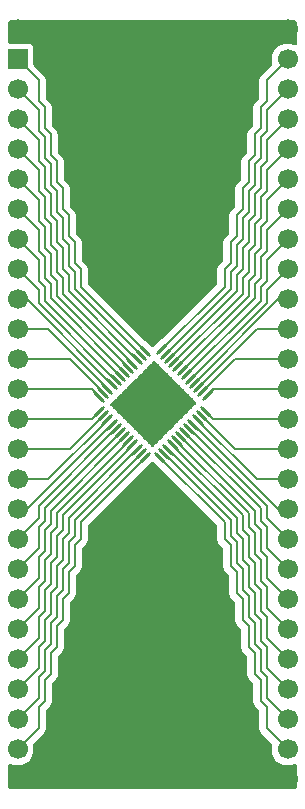
<source format=gtl>
G04 #@! TF.GenerationSoftware,KiCad,Pcbnew,9.0.6*
G04 #@! TF.CreationDate,2026-01-08T20:22:18-06:00*
G04 #@! TF.ProjectId,QFN-48_7x7_P0.5,51464e2d-3438-45f3-9778-375f50302e35,rev?*
G04 #@! TF.SameCoordinates,Original*
G04 #@! TF.FileFunction,Copper,L1,Top*
G04 #@! TF.FilePolarity,Positive*
%FSLAX46Y46*%
G04 Gerber Fmt 4.6, Leading zero omitted, Abs format (unit mm)*
G04 Created by KiCad (PCBNEW 9.0.6) date 2026-01-08 20:22:18*
%MOMM*%
%LPD*%
G01*
G04 APERTURE LIST*
G04 Aperture macros list*
%AMRoundRect*
0 Rectangle with rounded corners*
0 $1 Rounding radius*
0 $2 $3 $4 $5 $6 $7 $8 $9 X,Y pos of 4 corners*
0 Add a 4 corners polygon primitive as box body*
4,1,4,$2,$3,$4,$5,$6,$7,$8,$9,$2,$3,0*
0 Add four circle primitives for the rounded corners*
1,1,$1+$1,$2,$3*
1,1,$1+$1,$4,$5*
1,1,$1+$1,$6,$7*
1,1,$1+$1,$8,$9*
0 Add four rect primitives between the rounded corners*
20,1,$1+$1,$2,$3,$4,$5,0*
20,1,$1+$1,$4,$5,$6,$7,0*
20,1,$1+$1,$6,$7,$8,$9,0*
20,1,$1+$1,$8,$9,$2,$3,0*%
%AMRotRect*
0 Rectangle, with rotation*
0 The origin of the aperture is its center*
0 $1 length*
0 $2 width*
0 $3 Rotation angle, in degrees counterclockwise*
0 Add horizontal line*
21,1,$1,$2,0,0,$3*%
G04 Aperture macros list end*
G04 #@! TA.AperFunction,SMDPad,CuDef*
%ADD10RoundRect,0.062500X-0.424264X0.335876X0.335876X-0.424264X0.424264X-0.335876X-0.335876X0.424264X0*%
G04 #@! TD*
G04 #@! TA.AperFunction,SMDPad,CuDef*
%ADD11RoundRect,0.062500X-0.424264X-0.335876X-0.335876X-0.424264X0.424264X0.335876X0.335876X0.424264X0*%
G04 #@! TD*
G04 #@! TA.AperFunction,HeatsinkPad*
%ADD12C,0.500000*%
G04 #@! TD*
G04 #@! TA.AperFunction,HeatsinkPad*
%ADD13RotRect,3.500000X3.500000X315.000000*%
G04 #@! TD*
G04 #@! TA.AperFunction,ComponentPad*
%ADD14C,1.700000*%
G04 #@! TD*
G04 #@! TA.AperFunction,ComponentPad*
%ADD15R,1.700000X1.700000*%
G04 #@! TD*
G04 #@! TA.AperFunction,ViaPad*
%ADD16C,0.600000*%
G04 #@! TD*
G04 #@! TA.AperFunction,Conductor*
%ADD17C,0.200000*%
G04 #@! TD*
G04 APERTURE END LIST*
D10*
X137793604Y-116124517D03*
X137440051Y-116478070D03*
X137086496Y-116831624D03*
X136732944Y-117185177D03*
X136379391Y-117538731D03*
X136025837Y-117892284D03*
X135672284Y-118245837D03*
X135318731Y-118599391D03*
X134965177Y-118952944D03*
X134611624Y-119306496D03*
X134258070Y-119660051D03*
X133904517Y-120013604D03*
D11*
X133904517Y-121286396D03*
X134258070Y-121639949D03*
X134611624Y-121993504D03*
X134965177Y-122347056D03*
X135318731Y-122700609D03*
X135672284Y-123054163D03*
X136025837Y-123407716D03*
X136379391Y-123761269D03*
X136732944Y-124114823D03*
X137086496Y-124468376D03*
X137440051Y-124821930D03*
X137793604Y-125175483D03*
D10*
X139066396Y-125175483D03*
X139419949Y-124821930D03*
X139773504Y-124468376D03*
X140127056Y-124114823D03*
X140480609Y-123761269D03*
X140834163Y-123407716D03*
X141187716Y-123054163D03*
X141541269Y-122700609D03*
X141894823Y-122347056D03*
X142248376Y-121993504D03*
X142601930Y-121639949D03*
X142955483Y-121286396D03*
D11*
X143096905Y-119872183D03*
X142743351Y-119518629D03*
X142389797Y-119165075D03*
X142036245Y-118811522D03*
X141682690Y-118457970D03*
X141329138Y-118104416D03*
X140975584Y-117750862D03*
X140622030Y-117397310D03*
X140268478Y-117043755D03*
X139914925Y-116690203D03*
X139561371Y-116336649D03*
X139207817Y-115983095D03*
D12*
X138430000Y-118528680D03*
X137722893Y-119235786D03*
X137015786Y-119942893D03*
X136308680Y-120650000D03*
X139137107Y-119235786D03*
X138430000Y-119942893D03*
X137722893Y-120650000D03*
X137015786Y-121357107D03*
D13*
X138430000Y-120650000D03*
D12*
X139844214Y-119942893D03*
X139137107Y-120650000D03*
X138430000Y-121357107D03*
X137722893Y-122064214D03*
X140551320Y-120650000D03*
X139844214Y-121357107D03*
X139137107Y-122064214D03*
X138430000Y-122771320D03*
D14*
X127000000Y-88900000D03*
D15*
X127000000Y-91440000D03*
D14*
X127000000Y-93980000D03*
X127000000Y-96520000D03*
X127000000Y-99060000D03*
X127000000Y-101600000D03*
X127000000Y-104140000D03*
X127000000Y-106680000D03*
X127000000Y-109220000D03*
X127000000Y-111760000D03*
X127000000Y-114300000D03*
X127000000Y-116840000D03*
X127000000Y-119380000D03*
X127000000Y-121920000D03*
X127000000Y-124460000D03*
X127000000Y-127000000D03*
X127000000Y-129540000D03*
X127000000Y-132080000D03*
X127000000Y-134620000D03*
X127000000Y-137160000D03*
X127000000Y-139700000D03*
X127000000Y-142240000D03*
X127000000Y-144780000D03*
X127000000Y-147320000D03*
X127000000Y-149860000D03*
X127000000Y-152400000D03*
X149860000Y-88900000D03*
X149860000Y-91440000D03*
X149860000Y-93980000D03*
X149860000Y-96520000D03*
X149860000Y-99060000D03*
X149860000Y-101600000D03*
X149860000Y-104140000D03*
X149860000Y-106680000D03*
X149860000Y-109220000D03*
X149860000Y-111760000D03*
X149860000Y-114300000D03*
X149860000Y-116840000D03*
X149860000Y-119380000D03*
X149860000Y-121920000D03*
X149860000Y-124460000D03*
X149860000Y-127000000D03*
X149860000Y-129540000D03*
X149860000Y-132080000D03*
X149860000Y-134620000D03*
X149860000Y-137160000D03*
X149860000Y-139700000D03*
X149860000Y-142240000D03*
X149860000Y-144780000D03*
X149860000Y-147320000D03*
X149860000Y-149860000D03*
X149860000Y-152400000D03*
D16*
X138430000Y-101346000D03*
X138430000Y-139827000D03*
X138430000Y-115062000D03*
X138430000Y-126238000D03*
D17*
X146558000Y-111461340D02*
X146558000Y-110236000D01*
X140339188Y-117680152D02*
X146558000Y-111461340D01*
X147574000Y-109982000D02*
X147574000Y-108204000D01*
X147066000Y-110490000D02*
X147574000Y-109982000D01*
X148082000Y-110236000D02*
X148082000Y-108458000D01*
X143589087Y-119380000D02*
X149860000Y-119380000D01*
X147574000Y-110744000D02*
X148082000Y-110236000D01*
X148082000Y-108458000D02*
X149860000Y-106680000D01*
X147574000Y-105664000D02*
X148082000Y-105156000D01*
X141399848Y-118740812D02*
X148082000Y-112058660D01*
X148082000Y-107696000D02*
X148082000Y-105918000D01*
X145421981Y-116840000D02*
X149860000Y-116840000D01*
X148082000Y-105918000D02*
X149860000Y-104140000D01*
X141046295Y-118387258D02*
X147574000Y-111859553D01*
X148082000Y-110998000D02*
X149860000Y-109220000D01*
X147254873Y-114300000D02*
X149860000Y-114300000D01*
X139985635Y-117326598D02*
X146050000Y-111262233D01*
X148082000Y-103378000D02*
X149860000Y-101600000D01*
X147066000Y-109728000D02*
X147066000Y-107950000D01*
X142814062Y-120155025D02*
X143589087Y-119380000D01*
X149087767Y-111760000D02*
X149860000Y-111760000D01*
X142106955Y-119447918D02*
X147254873Y-114300000D01*
X140692742Y-118033705D02*
X147066000Y-111660447D01*
X147574000Y-108204000D02*
X148082000Y-107696000D01*
X147574000Y-111859553D02*
X147574000Y-110744000D01*
X148082000Y-112058660D02*
X148082000Y-110998000D01*
X142460509Y-119801472D02*
X145421981Y-116840000D01*
X141753402Y-119094365D02*
X149087767Y-111760000D01*
X148082000Y-105156000D02*
X148082000Y-103378000D01*
X147574000Y-107442000D02*
X147574000Y-105664000D01*
X147066000Y-107950000D02*
X147574000Y-107442000D01*
X146558000Y-110236000D02*
X147066000Y-109728000D01*
X147066000Y-111660447D02*
X147066000Y-110490000D01*
X145542000Y-107188000D02*
X146050000Y-106680000D01*
X146558000Y-107696000D02*
X147066000Y-107188000D01*
X148082000Y-100838000D02*
X149860000Y-99060000D01*
X148082000Y-102616000D02*
X148082000Y-100838000D01*
X147574000Y-103124000D02*
X148082000Y-102616000D01*
X147574000Y-104902000D02*
X147574000Y-103124000D01*
X147066000Y-105410000D02*
X147574000Y-104902000D01*
X147066000Y-107188000D02*
X147066000Y-105410000D01*
X146050000Y-111262233D02*
X146050000Y-109982000D01*
X146558000Y-109474000D02*
X146558000Y-107696000D01*
X146050000Y-109982000D02*
X146558000Y-109474000D01*
X145542000Y-134874000D02*
X145542000Y-136652000D01*
X147574000Y-140716000D02*
X148082000Y-141224000D01*
X148082000Y-145542000D02*
X149860000Y-147320000D01*
X146050000Y-134620000D02*
X146050000Y-136398000D01*
X145034000Y-131826000D02*
X145542000Y-132334000D01*
X139278528Y-124680509D02*
X145034000Y-130435981D01*
X148082000Y-146304000D02*
X148082000Y-148082000D01*
X146050000Y-138938000D02*
X146558000Y-139446000D01*
X147574000Y-141478000D02*
X147574000Y-143256000D01*
X145034000Y-134366000D02*
X145542000Y-134874000D01*
X147066000Y-140970000D02*
X147574000Y-141478000D01*
X146558000Y-138684000D02*
X147066000Y-139192000D01*
X146558000Y-141224000D02*
X147066000Y-141732000D01*
X145542000Y-136652000D02*
X146050000Y-137160000D01*
X147066000Y-139192000D02*
X147066000Y-140970000D01*
X148082000Y-141224000D02*
X148082000Y-143002000D01*
X147066000Y-141732000D02*
X147066000Y-143510000D01*
X145034000Y-130435981D02*
X145034000Y-131826000D01*
X145034000Y-132588000D02*
X145034000Y-134366000D01*
X148082000Y-143764000D02*
X148082000Y-145542000D01*
X147574000Y-144018000D02*
X147574000Y-145796000D01*
X147066000Y-143510000D02*
X147574000Y-144018000D01*
X145542000Y-134112000D02*
X146050000Y-134620000D01*
X145542000Y-132334000D02*
X145542000Y-134112000D01*
X147574000Y-145796000D02*
X148082000Y-146304000D01*
X146558000Y-139446000D02*
X146558000Y-141224000D01*
X138924975Y-125034062D02*
X144526000Y-130635087D01*
X148082000Y-148082000D02*
X149860000Y-149860000D01*
X146050000Y-136398000D02*
X146558000Y-136906000D01*
X148082000Y-143002000D02*
X149860000Y-144780000D01*
X144526000Y-132080000D02*
X145034000Y-132588000D01*
X147574000Y-143256000D02*
X148082000Y-143764000D01*
X144526000Y-130635087D02*
X144526000Y-132080000D01*
X146558000Y-136906000D02*
X146558000Y-138684000D01*
X146050000Y-137160000D02*
X146050000Y-138938000D01*
X147574000Y-100584000D02*
X148082000Y-100076000D01*
X148082000Y-98298000D02*
X149860000Y-96520000D01*
X147574000Y-98044000D02*
X148082000Y-97536000D01*
X139278528Y-116619491D02*
X145034000Y-110864019D01*
X145034000Y-110864019D02*
X145034000Y-109474000D01*
X148082000Y-100076000D02*
X148082000Y-98298000D01*
X145034000Y-109474000D02*
X145542000Y-108966000D01*
X147574000Y-102362000D02*
X147574000Y-100584000D01*
X146050000Y-132080000D02*
X146050000Y-133858000D01*
X148082000Y-140462000D02*
X149860000Y-142240000D01*
X146558000Y-133604000D02*
X147066000Y-134112000D01*
X147066000Y-134112000D02*
X147066000Y-135890000D01*
X147574000Y-138938000D02*
X147574000Y-140716000D01*
X147066000Y-138430000D02*
X147574000Y-138938000D01*
X147066000Y-136652000D02*
X147066000Y-138430000D01*
X147574000Y-136398000D02*
X147574000Y-138176000D01*
X146558000Y-136144000D02*
X147066000Y-136652000D01*
X146050000Y-133858000D02*
X146558000Y-134366000D01*
X145542000Y-131572000D02*
X146050000Y-132080000D01*
X147066000Y-135890000D02*
X147574000Y-136398000D01*
X146558000Y-134366000D02*
X146558000Y-136144000D01*
X139632082Y-124326955D02*
X145542000Y-130236873D01*
X146558000Y-131826000D02*
X146558000Y-133604000D01*
X145542000Y-130236873D02*
X145542000Y-131572000D01*
X148082000Y-138684000D02*
X148082000Y-140462000D01*
X147574000Y-138176000D02*
X148082000Y-138684000D01*
X146050000Y-131318000D02*
X146558000Y-131826000D01*
X146050000Y-130037767D02*
X146050000Y-131318000D01*
X147254873Y-127000000D02*
X149860000Y-127000000D01*
X145421981Y-124460000D02*
X149860000Y-124460000D01*
X147066000Y-100330000D02*
X147574000Y-99822000D01*
X148082000Y-130302000D02*
X149860000Y-132080000D01*
X147066000Y-97790000D02*
X147574000Y-97282000D01*
X147574000Y-95504000D02*
X148082000Y-94996000D01*
X145542000Y-104648000D02*
X146050000Y-104140000D01*
X146050000Y-102362000D02*
X146558000Y-101854000D01*
X145034000Y-108712000D02*
X145034000Y-106934000D01*
X146558000Y-104394000D02*
X146558000Y-102616000D01*
X147066000Y-102108000D02*
X147066000Y-100330000D01*
X147574000Y-133096000D02*
X148082000Y-133604000D01*
X147574000Y-133858000D02*
X147574000Y-135636000D01*
X147066000Y-129639553D02*
X147066000Y-130810000D01*
X140692742Y-123266295D02*
X147066000Y-129639553D01*
X141753402Y-122205635D02*
X149087767Y-129540000D01*
X148082000Y-94996000D02*
X148082000Y-93218000D01*
X139985635Y-123973402D02*
X146050000Y-130037767D01*
X148082000Y-137922000D02*
X149860000Y-139700000D01*
X148082000Y-136144000D02*
X148082000Y-137922000D01*
X147574000Y-135636000D02*
X148082000Y-136144000D01*
X142106955Y-121852082D02*
X147254873Y-127000000D01*
X147066000Y-131572000D02*
X147066000Y-133350000D01*
X148082000Y-93218000D02*
X149860000Y-91440000D01*
X146050000Y-106680000D02*
X146050000Y-104902000D01*
X148082000Y-95758000D02*
X149860000Y-93980000D01*
X146558000Y-131064000D02*
X147066000Y-131572000D01*
X140339188Y-123619848D02*
X146558000Y-129838660D01*
X147574000Y-130556000D02*
X148082000Y-131064000D01*
X141399848Y-122559188D02*
X148082000Y-129241340D01*
X142460509Y-121498528D02*
X145421981Y-124460000D01*
X148082000Y-97536000D02*
X148082000Y-95758000D01*
X148082000Y-131064000D02*
X148082000Y-132842000D01*
X147066000Y-130810000D02*
X147574000Y-131318000D01*
X138924975Y-116265938D02*
X144526000Y-110664913D01*
X146558000Y-100076000D02*
X147066000Y-99568000D01*
X147574000Y-97282000D02*
X147574000Y-95504000D01*
X144526000Y-110664913D02*
X144526000Y-109220000D01*
X142814062Y-121144975D02*
X143589087Y-121920000D01*
X146050000Y-104902000D02*
X146558000Y-104394000D01*
X146558000Y-129838660D02*
X146558000Y-131064000D01*
X148082000Y-133604000D02*
X148082000Y-135382000D01*
X148082000Y-132842000D02*
X149860000Y-134620000D01*
X144526000Y-109220000D02*
X145034000Y-108712000D01*
X147574000Y-129440447D02*
X147574000Y-130556000D01*
X149087767Y-129540000D02*
X149860000Y-129540000D01*
X147066000Y-99568000D02*
X147066000Y-97790000D01*
X148082000Y-129241340D02*
X148082000Y-130302000D01*
X147066000Y-133350000D02*
X147574000Y-133858000D01*
X148082000Y-135382000D02*
X149860000Y-137160000D01*
X146558000Y-101854000D02*
X146558000Y-100076000D01*
X146050000Y-104140000D02*
X146050000Y-102362000D01*
X147574000Y-131318000D02*
X147574000Y-133096000D01*
X141046295Y-122912742D02*
X147574000Y-129440447D01*
X145034000Y-106934000D02*
X145542000Y-106426000D01*
X146558000Y-102616000D02*
X147066000Y-102108000D01*
X145542000Y-106426000D02*
X145542000Y-104648000D01*
X143589087Y-121920000D02*
X149860000Y-121920000D01*
X147574000Y-99822000D02*
X147574000Y-98044000D01*
X145542000Y-108966000D02*
X145542000Y-107188000D01*
X146558000Y-106934000D02*
X146558000Y-105156000D01*
X146050000Y-107442000D02*
X146558000Y-106934000D01*
X146050000Y-109220000D02*
X146050000Y-107442000D01*
X145542000Y-109728000D02*
X146050000Y-109220000D01*
X145542000Y-111063127D02*
X145542000Y-109728000D01*
X139632082Y-116973045D02*
X145542000Y-111063127D01*
X146558000Y-105156000D02*
X147066000Y-104648000D01*
X147066000Y-102870000D02*
X147574000Y-102362000D01*
X147066000Y-104648000D02*
X147066000Y-102870000D01*
X128778000Y-148082000D02*
X127000000Y-149860000D01*
X128778000Y-146304000D02*
X128778000Y-148082000D01*
X129286000Y-145796000D02*
X128778000Y-146304000D01*
X129286000Y-144018000D02*
X129286000Y-145796000D01*
X129794000Y-143510000D02*
X129286000Y-144018000D01*
X129794000Y-141732000D02*
X129794000Y-143510000D01*
X130302000Y-141224000D02*
X129794000Y-141732000D01*
X130302000Y-139446000D02*
X130302000Y-141224000D01*
X130810000Y-138938000D02*
X130302000Y-139446000D01*
X130810000Y-137160000D02*
X130810000Y-138938000D01*
X131318000Y-136652000D02*
X130810000Y-137160000D01*
X131318000Y-134874000D02*
X131318000Y-136652000D01*
X131826000Y-134366000D02*
X131318000Y-134874000D01*
X131826000Y-132588000D02*
X131826000Y-134366000D01*
X132334000Y-132080000D02*
X131826000Y-132588000D01*
X132334000Y-130635087D02*
X132334000Y-132080000D01*
X137935025Y-125034062D02*
X132334000Y-130635087D01*
X128778000Y-143764000D02*
X128778000Y-145542000D01*
X129286000Y-143256000D02*
X128778000Y-143764000D01*
X129286000Y-141478000D02*
X129286000Y-143256000D01*
X128778000Y-145542000D02*
X127000000Y-147320000D01*
X129794000Y-139192000D02*
X129794000Y-140970000D01*
X130302000Y-138684000D02*
X129794000Y-139192000D01*
X130302000Y-136906000D02*
X130302000Y-138684000D01*
X129794000Y-140970000D02*
X129286000Y-141478000D01*
X130810000Y-136398000D02*
X130302000Y-136906000D01*
X130810000Y-134620000D02*
X130810000Y-136398000D01*
X131318000Y-132334000D02*
X131318000Y-134112000D01*
X131826000Y-131826000D02*
X131318000Y-132334000D01*
X131826000Y-130435981D02*
X131826000Y-131826000D01*
X137581472Y-124680509D02*
X131826000Y-130435981D01*
X131318000Y-134112000D02*
X130810000Y-134620000D01*
X128778000Y-143002000D02*
X127000000Y-144780000D01*
X128778000Y-141224000D02*
X128778000Y-143002000D01*
X129286000Y-140716000D02*
X128778000Y-141224000D01*
X129286000Y-138938000D02*
X129286000Y-140716000D01*
X129794000Y-138430000D02*
X129286000Y-138938000D01*
X129794000Y-136652000D02*
X129794000Y-138430000D01*
X130302000Y-136144000D02*
X129794000Y-136652000D01*
X130302000Y-134366000D02*
X130302000Y-136144000D01*
X130810000Y-133858000D02*
X130302000Y-134366000D01*
X130810000Y-132080000D02*
X130810000Y-133858000D01*
X131318000Y-131572000D02*
X130810000Y-132080000D01*
X131318000Y-130236873D02*
X131318000Y-131572000D01*
X137227918Y-124326955D02*
X131318000Y-130236873D01*
X128778000Y-140462000D02*
X127000000Y-142240000D01*
X128778000Y-138684000D02*
X128778000Y-140462000D01*
X129286000Y-138176000D02*
X128778000Y-138684000D01*
X129286000Y-136398000D02*
X129286000Y-138176000D01*
X129794000Y-135890000D02*
X129286000Y-136398000D01*
X129794000Y-134112000D02*
X129794000Y-135890000D01*
X130302000Y-133604000D02*
X129794000Y-134112000D01*
X130302000Y-131826000D02*
X130302000Y-133604000D01*
X130810000Y-131318000D02*
X130302000Y-131826000D01*
X130810000Y-130037767D02*
X130810000Y-131318000D01*
X136874365Y-123973402D02*
X130810000Y-130037767D01*
X128778000Y-137922000D02*
X127000000Y-139700000D01*
X128778000Y-136144000D02*
X128778000Y-137922000D01*
X129286000Y-135636000D02*
X128778000Y-136144000D01*
X129286000Y-133858000D02*
X129286000Y-135636000D01*
X129794000Y-133350000D02*
X129286000Y-133858000D01*
X129794000Y-131572000D02*
X129794000Y-133350000D01*
X130302000Y-131064000D02*
X129794000Y-131572000D01*
X130302000Y-129838660D02*
X130302000Y-131064000D01*
X136520812Y-123619848D02*
X130302000Y-129838660D01*
X129794000Y-130810000D02*
X129286000Y-131318000D01*
X128778000Y-133604000D02*
X128778000Y-135382000D01*
X129794000Y-129639553D02*
X129794000Y-130810000D01*
X129286000Y-131318000D02*
X129286000Y-133096000D01*
X136167258Y-123266295D02*
X129794000Y-129639553D01*
X129286000Y-133096000D02*
X128778000Y-133604000D01*
X128778000Y-135382000D02*
X127000000Y-137160000D01*
X128778000Y-131064000D02*
X128778000Y-132842000D01*
X129286000Y-130556000D02*
X128778000Y-131064000D01*
X135813705Y-122912742D02*
X129286000Y-129440447D01*
X129286000Y-129440447D02*
X129286000Y-130556000D01*
X128778000Y-132842000D02*
X127000000Y-134620000D01*
X128778000Y-130302000D02*
X127000000Y-132080000D01*
X128778000Y-129241340D02*
X128778000Y-130302000D01*
X135460152Y-122559188D02*
X128778000Y-129241340D01*
X127772233Y-129540000D02*
X127000000Y-129540000D01*
X135106598Y-122205635D02*
X127772233Y-129540000D01*
X129605127Y-127000000D02*
X127000000Y-127000000D01*
X134753045Y-121852082D02*
X129605127Y-127000000D01*
X131438019Y-124460000D02*
X127000000Y-124460000D01*
X134399491Y-121498528D02*
X131438019Y-124460000D01*
X133270913Y-121920000D02*
X127000000Y-121920000D01*
X134045938Y-121144975D02*
X133270913Y-121920000D01*
X128778000Y-93218000D02*
X127000000Y-91440000D01*
X128778000Y-94996000D02*
X128778000Y-93218000D01*
X129286000Y-95504000D02*
X128778000Y-94996000D01*
X129794000Y-97790000D02*
X129286000Y-97282000D01*
X129794000Y-99568000D02*
X129794000Y-97790000D01*
X129286000Y-97282000D02*
X129286000Y-95504000D01*
X130302000Y-100076000D02*
X129794000Y-99568000D01*
X130302000Y-101854000D02*
X130302000Y-100076000D01*
X130810000Y-104140000D02*
X130810000Y-102362000D01*
X131318000Y-104648000D02*
X130810000Y-104140000D01*
X131318000Y-106426000D02*
X131318000Y-104648000D01*
X131826000Y-106934000D02*
X131318000Y-106426000D01*
X131826000Y-108712000D02*
X131826000Y-106934000D01*
X132334000Y-109220000D02*
X131826000Y-108712000D01*
X130810000Y-102362000D02*
X130302000Y-101854000D01*
X132334000Y-110664913D02*
X132334000Y-109220000D01*
X137935025Y-116265938D02*
X132334000Y-110664913D01*
X128778000Y-95758000D02*
X127000000Y-93980000D01*
X128778000Y-97536000D02*
X128778000Y-95758000D01*
X129286000Y-99822000D02*
X129286000Y-98044000D01*
X129794000Y-100330000D02*
X129286000Y-99822000D01*
X129794000Y-102108000D02*
X129794000Y-100330000D01*
X130302000Y-102616000D02*
X129794000Y-102108000D01*
X130302000Y-104394000D02*
X130302000Y-102616000D01*
X130810000Y-104902000D02*
X130302000Y-104394000D01*
X130810000Y-106680000D02*
X130810000Y-104902000D01*
X131318000Y-107188000D02*
X130810000Y-106680000D01*
X131318000Y-108966000D02*
X131318000Y-107188000D01*
X129286000Y-98044000D02*
X128778000Y-97536000D01*
X131826000Y-109474000D02*
X131318000Y-108966000D01*
X131826000Y-110864019D02*
X131826000Y-109474000D01*
X137581472Y-116619491D02*
X131826000Y-110864019D01*
X128778000Y-98298000D02*
X127000000Y-96520000D01*
X128778000Y-100076000D02*
X128778000Y-98298000D01*
X129286000Y-100584000D02*
X128778000Y-100076000D01*
X129286000Y-102362000D02*
X129286000Y-100584000D01*
X129794000Y-102870000D02*
X129286000Y-102362000D01*
X129794000Y-104648000D02*
X129794000Y-102870000D01*
X130302000Y-106934000D02*
X130302000Y-105156000D01*
X130810000Y-107442000D02*
X130302000Y-106934000D01*
X130810000Y-109220000D02*
X130810000Y-107442000D01*
X131318000Y-109728000D02*
X130810000Y-109220000D01*
X131318000Y-111063127D02*
X131318000Y-109728000D01*
X137227918Y-116973045D02*
X131318000Y-111063127D01*
X130302000Y-105156000D02*
X129794000Y-104648000D01*
X128778000Y-100838000D02*
X127000000Y-99060000D01*
X128778000Y-102616000D02*
X128778000Y-100838000D01*
X129286000Y-103124000D02*
X128778000Y-102616000D01*
X129286000Y-104902000D02*
X129286000Y-103124000D01*
X129794000Y-105410000D02*
X129286000Y-104902000D01*
X130302000Y-107696000D02*
X129794000Y-107188000D01*
X130302000Y-109474000D02*
X130302000Y-107696000D01*
X130810000Y-109982000D02*
X130302000Y-109474000D01*
X130810000Y-111262233D02*
X130810000Y-109982000D01*
X129794000Y-107188000D02*
X129794000Y-105410000D01*
X136874365Y-117326598D02*
X130810000Y-111262233D01*
X128778000Y-103378000D02*
X127000000Y-101600000D01*
X128778000Y-105156000D02*
X128778000Y-103378000D01*
X129286000Y-107442000D02*
X129286000Y-105664000D01*
X129794000Y-107950000D02*
X129286000Y-107442000D01*
X129794000Y-109728000D02*
X129794000Y-107950000D01*
X130302000Y-110236000D02*
X129794000Y-109728000D01*
X130302000Y-111461340D02*
X130302000Y-110236000D01*
X136520812Y-117680152D02*
X130302000Y-111461340D01*
X129286000Y-105664000D02*
X128778000Y-105156000D01*
X129286000Y-108204000D02*
X128778000Y-107696000D01*
X129286000Y-109982000D02*
X129286000Y-108204000D01*
X129794000Y-110490000D02*
X129286000Y-109982000D01*
X129794000Y-111660447D02*
X129794000Y-110490000D01*
X128778000Y-107696000D02*
X128778000Y-105918000D01*
X136167258Y-118033705D02*
X129794000Y-111660447D01*
X128778000Y-105918000D02*
X127000000Y-104140000D01*
X128778000Y-108458000D02*
X127000000Y-106680000D01*
X129286000Y-111859553D02*
X129286000Y-110744000D01*
X129286000Y-110744000D02*
X128778000Y-110236000D01*
X135813705Y-118387258D02*
X129286000Y-111859553D01*
X128778000Y-110236000D02*
X128778000Y-108458000D01*
X128778000Y-110998000D02*
X127000000Y-109220000D01*
X128778000Y-112058660D02*
X128778000Y-110998000D01*
X135460152Y-118740812D02*
X128778000Y-112058660D01*
X135106598Y-119094365D02*
X127772233Y-111760000D01*
X127772233Y-111760000D02*
X127000000Y-111760000D01*
X134753045Y-119447918D02*
X129605127Y-114300000D01*
X129605127Y-114300000D02*
X127000000Y-114300000D01*
X131438019Y-116840000D02*
X127000000Y-116840000D01*
X134399491Y-119801472D02*
X131438019Y-116840000D01*
X133270913Y-119380000D02*
X127000000Y-119380000D01*
X134045938Y-120155025D02*
X133270913Y-119380000D01*
G04 #@! TA.AperFunction,Conductor*
G36*
X138473332Y-125482856D02*
G01*
X138517680Y-125511357D01*
X139030262Y-126023938D01*
X139030271Y-126023946D01*
X139118338Y-126091523D01*
X139118342Y-126091526D01*
X139118344Y-126091526D01*
X139118346Y-126091528D01*
X139120918Y-126092593D01*
X139161154Y-126119476D01*
X143889181Y-130847503D01*
X143922666Y-130908826D01*
X143925500Y-130935184D01*
X143925500Y-131993330D01*
X143925499Y-131993348D01*
X143925499Y-132159054D01*
X143925498Y-132159054D01*
X143966423Y-132311785D01*
X143992074Y-132356214D01*
X143992076Y-132356216D01*
X144045479Y-132448714D01*
X144045481Y-132448717D01*
X144164349Y-132567585D01*
X144164355Y-132567590D01*
X144397181Y-132800416D01*
X144430666Y-132861739D01*
X144433500Y-132888097D01*
X144433500Y-134279330D01*
X144433499Y-134279348D01*
X144433499Y-134445054D01*
X144433498Y-134445054D01*
X144474423Y-134597785D01*
X144500074Y-134642214D01*
X144500076Y-134642216D01*
X144553479Y-134734714D01*
X144553481Y-134734717D01*
X144672349Y-134853585D01*
X144672355Y-134853590D01*
X144905181Y-135086416D01*
X144938666Y-135147739D01*
X144941500Y-135174097D01*
X144941500Y-136565330D01*
X144941499Y-136565348D01*
X144941499Y-136731054D01*
X144941498Y-136731054D01*
X144982423Y-136883785D01*
X145008074Y-136928214D01*
X145008076Y-136928216D01*
X145061479Y-137020714D01*
X145061481Y-137020717D01*
X145180349Y-137139585D01*
X145180355Y-137139590D01*
X145413181Y-137372416D01*
X145446666Y-137433739D01*
X145449500Y-137460097D01*
X145449500Y-138851330D01*
X145449499Y-138851348D01*
X145449499Y-139017054D01*
X145449498Y-139017054D01*
X145449499Y-139017056D01*
X145449499Y-139017057D01*
X145490423Y-139169785D01*
X145490425Y-139169788D01*
X145497240Y-139181592D01*
X145569477Y-139306712D01*
X145569481Y-139306717D01*
X145688349Y-139425585D01*
X145688355Y-139425590D01*
X145921181Y-139658416D01*
X145954666Y-139719739D01*
X145957500Y-139746097D01*
X145957500Y-141137330D01*
X145957499Y-141137348D01*
X145957499Y-141303054D01*
X145957498Y-141303054D01*
X145998423Y-141455785D01*
X146024074Y-141500214D01*
X146024076Y-141500216D01*
X146077479Y-141592714D01*
X146077481Y-141592717D01*
X146196349Y-141711585D01*
X146196355Y-141711590D01*
X146429181Y-141944416D01*
X146462666Y-142005739D01*
X146465500Y-142032097D01*
X146465500Y-143423330D01*
X146465499Y-143423348D01*
X146465499Y-143589054D01*
X146465498Y-143589054D01*
X146465499Y-143589056D01*
X146465499Y-143589057D01*
X146506423Y-143741785D01*
X146506424Y-143741786D01*
X146511104Y-143749894D01*
X146511106Y-143749896D01*
X146585477Y-143878712D01*
X146585481Y-143878717D01*
X146704349Y-143997585D01*
X146704355Y-143997590D01*
X146937181Y-144230416D01*
X146970666Y-144291739D01*
X146973500Y-144318097D01*
X146973500Y-145709330D01*
X146973499Y-145709348D01*
X146973499Y-145875054D01*
X146973498Y-145875054D01*
X146989575Y-145935051D01*
X147014423Y-146027785D01*
X147016594Y-146031546D01*
X147016598Y-146031558D01*
X147016601Y-146031557D01*
X147093477Y-146164712D01*
X147093481Y-146164717D01*
X147212349Y-146283585D01*
X147212355Y-146283590D01*
X147445181Y-146516416D01*
X147478666Y-146577739D01*
X147481500Y-146604097D01*
X147481500Y-147995330D01*
X147481499Y-147995348D01*
X147481499Y-148161054D01*
X147481498Y-148161054D01*
X147481499Y-148161057D01*
X147522423Y-148313785D01*
X147522424Y-148313786D01*
X147526298Y-148320498D01*
X147526300Y-148320500D01*
X147601477Y-148450712D01*
X147601481Y-148450717D01*
X147720349Y-148569585D01*
X147720355Y-148569590D01*
X148526241Y-149375476D01*
X148559726Y-149436799D01*
X148556492Y-149501473D01*
X148542753Y-149543757D01*
X148509500Y-149753713D01*
X148509500Y-149966286D01*
X148542753Y-150176239D01*
X148608444Y-150378414D01*
X148704951Y-150567820D01*
X148829890Y-150739786D01*
X148980213Y-150890109D01*
X149152179Y-151015048D01*
X149152181Y-151015049D01*
X149152184Y-151015051D01*
X149341588Y-151111557D01*
X149543757Y-151177246D01*
X149753713Y-151210500D01*
X149753714Y-151210500D01*
X149966286Y-151210500D01*
X149966287Y-151210500D01*
X150176243Y-151177246D01*
X150378412Y-151111557D01*
X150449205Y-151075485D01*
X150517874Y-151062590D01*
X150582614Y-151088866D01*
X150622872Y-151145972D01*
X150629500Y-151185971D01*
X150629500Y-153045500D01*
X150609815Y-153112539D01*
X150557011Y-153158294D01*
X150505500Y-153169500D01*
X126354500Y-153169500D01*
X126287461Y-153149815D01*
X126241706Y-153097011D01*
X126230500Y-153045500D01*
X126230500Y-151185971D01*
X126250185Y-151118932D01*
X126302989Y-151073177D01*
X126372147Y-151063233D01*
X126410793Y-151075485D01*
X126481588Y-151111557D01*
X126683757Y-151177246D01*
X126893713Y-151210500D01*
X126893714Y-151210500D01*
X127106286Y-151210500D01*
X127106287Y-151210500D01*
X127316243Y-151177246D01*
X127518412Y-151111557D01*
X127707816Y-151015051D01*
X127729789Y-150999086D01*
X127879786Y-150890109D01*
X127879788Y-150890106D01*
X127879792Y-150890104D01*
X128030104Y-150739792D01*
X128030106Y-150739788D01*
X128030109Y-150739786D01*
X128155048Y-150567820D01*
X128155047Y-150567820D01*
X128155051Y-150567816D01*
X128251557Y-150378412D01*
X128317246Y-150176243D01*
X128350500Y-149966287D01*
X128350500Y-149753713D01*
X128317246Y-149543757D01*
X128303506Y-149501473D01*
X128301512Y-149431635D01*
X128333755Y-149375478D01*
X129258520Y-148450716D01*
X129337577Y-148313784D01*
X129378501Y-148161057D01*
X129378501Y-148002942D01*
X129378501Y-147995339D01*
X129378500Y-147995329D01*
X129378500Y-146604096D01*
X129398185Y-146537057D01*
X129414815Y-146516419D01*
X129644506Y-146286727D01*
X129644511Y-146286724D01*
X129654714Y-146276520D01*
X129654716Y-146276520D01*
X129766520Y-146164716D01*
X129845577Y-146027784D01*
X129886500Y-145875057D01*
X129886500Y-144318096D01*
X129906185Y-144251057D01*
X129922815Y-144230419D01*
X130152506Y-144000727D01*
X130152511Y-144000724D01*
X130162714Y-143990520D01*
X130162716Y-143990520D01*
X130274520Y-143878716D01*
X130353577Y-143741784D01*
X130390898Y-143602500D01*
X130394500Y-143589058D01*
X130394500Y-143430943D01*
X130394500Y-142032096D01*
X130414185Y-141965057D01*
X130430815Y-141944419D01*
X130660506Y-141714727D01*
X130660511Y-141714724D01*
X130670714Y-141704520D01*
X130670716Y-141704520D01*
X130782520Y-141592716D01*
X130861577Y-141455784D01*
X130902500Y-141303057D01*
X130902500Y-139746096D01*
X130922185Y-139679057D01*
X130938815Y-139658419D01*
X131168506Y-139428727D01*
X131168511Y-139428724D01*
X131178714Y-139418520D01*
X131178716Y-139418520D01*
X131290520Y-139306716D01*
X131369577Y-139169784D01*
X131410500Y-139017057D01*
X131410500Y-137460096D01*
X131430185Y-137393057D01*
X131446815Y-137372419D01*
X131676506Y-137142727D01*
X131676511Y-137142724D01*
X131686714Y-137132520D01*
X131686716Y-137132520D01*
X131798520Y-137020716D01*
X131877577Y-136883784D01*
X131918500Y-136731057D01*
X131918500Y-135174096D01*
X131938185Y-135107057D01*
X131954815Y-135086419D01*
X132184506Y-134856727D01*
X132184511Y-134856724D01*
X132194714Y-134846520D01*
X132194716Y-134846520D01*
X132306520Y-134734716D01*
X132385577Y-134597784D01*
X132426500Y-134445057D01*
X132426500Y-132888096D01*
X132446185Y-132821057D01*
X132462815Y-132800419D01*
X132692506Y-132570727D01*
X132692511Y-132570724D01*
X132702714Y-132560520D01*
X132702716Y-132560520D01*
X132814520Y-132448716D01*
X132893577Y-132311784D01*
X132934500Y-132159057D01*
X132934500Y-130935184D01*
X132954185Y-130868145D01*
X132970819Y-130847503D01*
X135332173Y-128486149D01*
X137698848Y-126119473D01*
X137739082Y-126092592D01*
X137741658Y-126091526D01*
X137829736Y-126023941D01*
X138342318Y-125511356D01*
X138403641Y-125477872D01*
X138473332Y-125482856D01*
G37*
G04 #@! TD.AperFunction*
G04 #@! TA.AperFunction,Conductor*
G36*
X138601975Y-116954890D02*
G01*
X138635240Y-116961713D01*
X138636178Y-116962507D01*
X138637072Y-116962706D01*
X138640467Y-116966135D01*
X138675487Y-116995758D01*
X138693108Y-117018723D01*
X138712910Y-117044530D01*
X138853478Y-117185098D01*
X138853486Y-117185105D01*
X138941564Y-117252691D01*
X138948605Y-117256756D01*
X138946895Y-117259716D01*
X138988994Y-117293591D01*
X138994284Y-117303268D01*
X138994814Y-117302963D01*
X138998879Y-117310003D01*
X138998881Y-117310005D01*
X138998882Y-117310008D01*
X139035723Y-117358020D01*
X139066464Y-117398084D01*
X139207032Y-117538652D01*
X139207039Y-117538658D01*
X139207041Y-117538660D01*
X139208158Y-117539517D01*
X139295118Y-117606245D01*
X139302159Y-117610310D01*
X139300449Y-117613270D01*
X139342548Y-117647145D01*
X139347839Y-117656827D01*
X139348370Y-117656521D01*
X139352432Y-117663556D01*
X139420015Y-117751633D01*
X139420020Y-117751639D01*
X139560585Y-117892204D01*
X139560592Y-117892210D01*
X139560594Y-117892212D01*
X139561710Y-117893068D01*
X139648671Y-117959797D01*
X139655715Y-117963864D01*
X139654005Y-117966824D01*
X139696100Y-118000697D01*
X139701393Y-118010385D01*
X139701925Y-118010079D01*
X139705987Y-118017115D01*
X139773567Y-118105189D01*
X139914138Y-118245760D01*
X139914142Y-118245763D01*
X139914146Y-118245767D01*
X140002225Y-118313353D01*
X140009256Y-118317412D01*
X140007548Y-118320370D01*
X140049654Y-118354252D01*
X140054945Y-118363934D01*
X140055476Y-118363628D01*
X140059538Y-118370663D01*
X140127121Y-118458740D01*
X140127126Y-118458746D01*
X140267691Y-118599311D01*
X140267698Y-118599317D01*
X140267700Y-118599319D01*
X140268818Y-118600177D01*
X140355777Y-118666904D01*
X140362818Y-118670969D01*
X140361108Y-118673929D01*
X140403207Y-118707804D01*
X140408497Y-118717481D01*
X140409027Y-118717176D01*
X140413092Y-118724216D01*
X140413094Y-118724218D01*
X140413095Y-118724221D01*
X140436534Y-118754767D01*
X140480677Y-118812297D01*
X140621245Y-118952865D01*
X140621253Y-118952872D01*
X140709331Y-119020458D01*
X140716372Y-119024523D01*
X140714660Y-119027487D01*
X140756741Y-119061332D01*
X140762052Y-119071044D01*
X140762584Y-119070738D01*
X140766646Y-119077774D01*
X140834227Y-119165848D01*
X140834232Y-119165854D01*
X140974797Y-119306419D01*
X140974805Y-119306426D01*
X141062883Y-119374012D01*
X141069924Y-119378077D01*
X141068225Y-119381018D01*
X141110394Y-119415027D01*
X141115621Y-119424590D01*
X141116140Y-119424291D01*
X141120202Y-119431327D01*
X141187782Y-119519401D01*
X141328352Y-119659971D01*
X141328359Y-119659977D01*
X141328361Y-119659979D01*
X141329479Y-119660837D01*
X141416438Y-119727564D01*
X141423479Y-119731629D01*
X141421767Y-119734593D01*
X141463848Y-119768438D01*
X141469155Y-119778141D01*
X141469686Y-119777835D01*
X141473751Y-119784875D01*
X141473753Y-119784877D01*
X141473754Y-119784880D01*
X141486431Y-119801401D01*
X141541336Y-119872956D01*
X141681904Y-120013524D01*
X141681911Y-120013530D01*
X141681913Y-120013532D01*
X141708618Y-120034024D01*
X141769990Y-120081117D01*
X141777031Y-120085182D01*
X141775321Y-120088142D01*
X141817420Y-120122017D01*
X141822710Y-120131694D01*
X141823240Y-120131389D01*
X141827305Y-120138429D01*
X141827307Y-120138431D01*
X141827308Y-120138434D01*
X141864149Y-120186446D01*
X141894890Y-120226510D01*
X142035463Y-120367083D01*
X142035467Y-120367086D01*
X142084242Y-120404513D01*
X142088961Y-120410976D01*
X142096006Y-120414778D01*
X142109268Y-120438786D01*
X142125444Y-120460939D01*
X142125920Y-120468929D01*
X142129791Y-120475937D01*
X142127967Y-120503305D01*
X142129599Y-120530685D01*
X142125560Y-120539446D01*
X142125147Y-120545652D01*
X142110121Y-120572942D01*
X142108384Y-120576711D01*
X142107116Y-120578421D01*
X142107026Y-120578512D01*
X142039440Y-120666591D01*
X142036468Y-120673765D01*
X142027375Y-120686037D01*
X142011106Y-120698340D01*
X141998277Y-120714200D01*
X141988870Y-120719335D01*
X141989163Y-120719842D01*
X141982127Y-120723904D01*
X141894050Y-120791486D01*
X141894045Y-120791491D01*
X141753481Y-120932056D01*
X141753473Y-120932064D01*
X141685887Y-121020142D01*
X141681825Y-121027180D01*
X141678883Y-121025482D01*
X141644874Y-121067652D01*
X141635307Y-121072875D01*
X141635609Y-121073397D01*
X141628573Y-121077459D01*
X141540496Y-121145041D01*
X141540491Y-121145046D01*
X141399927Y-121285611D01*
X141399919Y-121285619D01*
X141332331Y-121373700D01*
X141328269Y-121380737D01*
X141325347Y-121379050D01*
X141291196Y-121421290D01*
X141281761Y-121426438D01*
X141282056Y-121426949D01*
X141275020Y-121431011D01*
X141186943Y-121498593D01*
X141186938Y-121498598D01*
X141046374Y-121639163D01*
X141046366Y-121639171D01*
X140978780Y-121727249D01*
X140974714Y-121734293D01*
X140971776Y-121732596D01*
X140937730Y-121774781D01*
X140928210Y-121779980D01*
X140928509Y-121780498D01*
X140921468Y-121784563D01*
X140833387Y-121852148D01*
X140833384Y-121852151D01*
X140692820Y-121992716D01*
X140692812Y-121992724D01*
X140625226Y-122080802D01*
X140621164Y-122087840D01*
X140618242Y-122086153D01*
X140584089Y-122128396D01*
X140574656Y-122133546D01*
X140574950Y-122134055D01*
X140567914Y-122138117D01*
X140479837Y-122205700D01*
X140479831Y-122205705D01*
X140339267Y-122346270D01*
X140339259Y-122346278D01*
X140271675Y-122434354D01*
X140267608Y-122441399D01*
X140264689Y-122439713D01*
X140230510Y-122481967D01*
X140221103Y-122487102D01*
X140221396Y-122487609D01*
X140214360Y-122491671D01*
X140126283Y-122559253D01*
X140126278Y-122559258D01*
X139985714Y-122699823D01*
X139985706Y-122699831D01*
X139918120Y-122787909D01*
X139914054Y-122794953D01*
X139911116Y-122793256D01*
X139877070Y-122835441D01*
X139867550Y-122840640D01*
X139867849Y-122841158D01*
X139860808Y-122845223D01*
X139772727Y-122912808D01*
X139772724Y-122912811D01*
X139632160Y-123053376D01*
X139632152Y-123053384D01*
X139564566Y-123141462D01*
X139560504Y-123148500D01*
X139557582Y-123146813D01*
X139523429Y-123189056D01*
X139513996Y-123194206D01*
X139514290Y-123194715D01*
X139507254Y-123198777D01*
X139419177Y-123266360D01*
X139419171Y-123266365D01*
X139278607Y-123406930D01*
X139278599Y-123406938D01*
X139211011Y-123495019D01*
X139206949Y-123502056D01*
X139204007Y-123500357D01*
X139170000Y-123542525D01*
X139160434Y-123547750D01*
X139160735Y-123548271D01*
X139153698Y-123552333D01*
X139065624Y-123619913D01*
X139065619Y-123619918D01*
X138925055Y-123760483D01*
X138925047Y-123760491D01*
X138857459Y-123848572D01*
X138853397Y-123855609D01*
X138850475Y-123853922D01*
X138816324Y-123896162D01*
X138806895Y-123901311D01*
X138807189Y-123901819D01*
X138800148Y-123905884D01*
X138712067Y-123973469D01*
X138712064Y-123973472D01*
X138571500Y-124114037D01*
X138571490Y-124114048D01*
X138528374Y-124170236D01*
X138471946Y-124211438D01*
X138402200Y-124215591D01*
X138341280Y-124181378D01*
X138331624Y-124170234D01*
X138288513Y-124114051D01*
X138288508Y-124114045D01*
X138147944Y-123973481D01*
X138147935Y-123973473D01*
X138059857Y-123905887D01*
X138052817Y-123901823D01*
X138054515Y-123898881D01*
X138012347Y-123864873D01*
X138007128Y-123855303D01*
X138006602Y-123855608D01*
X138002539Y-123848571D01*
X137934958Y-123760497D01*
X137934953Y-123760491D01*
X137794389Y-123619927D01*
X137794380Y-123619919D01*
X137706302Y-123552333D01*
X137699259Y-123548267D01*
X137700960Y-123545319D01*
X137658813Y-123511345D01*
X137653578Y-123501749D01*
X137653050Y-123502055D01*
X137648987Y-123495018D01*
X137581406Y-123406944D01*
X137581401Y-123406938D01*
X137440837Y-123266374D01*
X137440828Y-123266366D01*
X137352750Y-123198780D01*
X137345710Y-123194716D01*
X137347411Y-123191769D01*
X137305260Y-123157792D01*
X137300023Y-123148193D01*
X137299495Y-123148499D01*
X137295432Y-123141461D01*
X137227853Y-123053390D01*
X137227848Y-123053384D01*
X137087284Y-122912820D01*
X137087275Y-122912812D01*
X136999197Y-122845226D01*
X136992157Y-122841162D01*
X136993858Y-122838215D01*
X136951707Y-122804238D01*
X136946471Y-122794647D01*
X136945945Y-122794951D01*
X136941880Y-122787911D01*
X136874299Y-122699837D01*
X136874294Y-122699831D01*
X136733730Y-122559267D01*
X136733721Y-122559259D01*
X136645640Y-122491671D01*
X136638604Y-122487609D01*
X136640296Y-122484677D01*
X136598093Y-122450598D01*
X136592910Y-122441097D01*
X136592392Y-122441397D01*
X136588329Y-122434361D01*
X136520746Y-122346284D01*
X136520741Y-122346278D01*
X136380177Y-122205714D01*
X136380168Y-122205706D01*
X136292090Y-122138120D01*
X136285050Y-122134056D01*
X136286751Y-122131109D01*
X136244600Y-122097132D01*
X136239363Y-122087533D01*
X136238835Y-122087839D01*
X136234772Y-122080801D01*
X136167193Y-121992730D01*
X136167188Y-121992724D01*
X136026624Y-121852160D01*
X136026615Y-121852152D01*
X135938537Y-121784566D01*
X135931497Y-121780502D01*
X135933198Y-121777555D01*
X135891047Y-121743578D01*
X135885811Y-121733987D01*
X135885285Y-121734291D01*
X135881220Y-121727251D01*
X135813639Y-121639177D01*
X135813634Y-121639171D01*
X135673070Y-121498607D01*
X135673061Y-121498599D01*
X135584983Y-121431013D01*
X135577946Y-121426951D01*
X135579638Y-121424019D01*
X135537432Y-121389938D01*
X135532250Y-121380435D01*
X135531730Y-121380736D01*
X135527667Y-121373699D01*
X135460086Y-121285625D01*
X135460081Y-121285619D01*
X135319517Y-121145055D01*
X135319508Y-121145047D01*
X135231430Y-121077461D01*
X135224393Y-121073399D01*
X135226085Y-121070467D01*
X135183879Y-121036386D01*
X135178693Y-121026879D01*
X135178174Y-121027179D01*
X135174111Y-121020141D01*
X135106532Y-120932070D01*
X135106527Y-120932064D01*
X134965961Y-120791498D01*
X134965956Y-120791494D01*
X134965954Y-120791492D01*
X134909762Y-120748374D01*
X134868561Y-120691947D01*
X134864407Y-120622201D01*
X134898620Y-120561281D01*
X134909766Y-120551623D01*
X134925545Y-120539516D01*
X134965954Y-120508509D01*
X135036238Y-120438224D01*
X135106519Y-120367944D01*
X135106522Y-120367939D01*
X135106527Y-120367935D01*
X135174113Y-120279856D01*
X135174114Y-120279852D01*
X135178178Y-120272816D01*
X135181143Y-120274528D01*
X135214979Y-120232449D01*
X135224706Y-120227140D01*
X135224394Y-120226600D01*
X135231423Y-120222541D01*
X135231429Y-120222539D01*
X135319508Y-120154954D01*
X135389792Y-120084669D01*
X135460073Y-120014389D01*
X135460076Y-120014384D01*
X135460081Y-120014380D01*
X135527667Y-119926301D01*
X135527668Y-119926297D01*
X135531732Y-119919261D01*
X135534682Y-119920964D01*
X135568629Y-119878830D01*
X135578251Y-119873575D01*
X135577947Y-119873048D01*
X135584976Y-119868989D01*
X135584982Y-119868987D01*
X135673061Y-119801402D01*
X135743345Y-119731117D01*
X135813626Y-119660837D01*
X135813629Y-119660832D01*
X135813634Y-119660828D01*
X135881220Y-119572749D01*
X135881222Y-119572743D01*
X135885283Y-119565711D01*
X135888247Y-119567422D01*
X135922094Y-119525339D01*
X135931806Y-119520037D01*
X135931496Y-119519499D01*
X135938532Y-119515435D01*
X135938536Y-119515434D01*
X136026615Y-119447849D01*
X136096899Y-119377564D01*
X136167180Y-119307284D01*
X136167183Y-119307279D01*
X136167188Y-119307275D01*
X136234774Y-119219196D01*
X136234775Y-119219192D01*
X136238839Y-119212156D01*
X136241808Y-119213870D01*
X136275613Y-119171809D01*
X136285362Y-119166482D01*
X136285051Y-119165943D01*
X136292083Y-119161882D01*
X136292089Y-119161880D01*
X136380168Y-119094295D01*
X136450452Y-119024010D01*
X136520733Y-118953730D01*
X136520736Y-118953725D01*
X136520741Y-118953721D01*
X136588327Y-118865642D01*
X136588328Y-118865639D01*
X136592391Y-118858603D01*
X136595360Y-118860317D01*
X136629165Y-118818256D01*
X136638917Y-118812930D01*
X136638605Y-118812390D01*
X136645638Y-118808328D01*
X136645642Y-118808327D01*
X136733721Y-118740742D01*
X136804005Y-118670457D01*
X136874286Y-118600177D01*
X136874289Y-118600172D01*
X136874294Y-118600168D01*
X136941880Y-118512089D01*
X136941882Y-118512083D01*
X136945943Y-118505051D01*
X136948907Y-118506762D01*
X136982754Y-118464679D01*
X136992466Y-118459377D01*
X136992156Y-118458839D01*
X136999192Y-118454775D01*
X136999196Y-118454774D01*
X137087275Y-118387189D01*
X137157559Y-118316904D01*
X137227840Y-118246624D01*
X137227843Y-118246619D01*
X137227848Y-118246615D01*
X137295434Y-118158536D01*
X137295435Y-118158532D01*
X137299499Y-118151496D01*
X137302468Y-118153210D01*
X137336273Y-118111149D01*
X137346022Y-118105822D01*
X137345711Y-118105283D01*
X137352743Y-118101222D01*
X137352749Y-118101220D01*
X137440828Y-118033635D01*
X137511112Y-117963350D01*
X137581393Y-117893070D01*
X137581394Y-117893068D01*
X137581393Y-117893068D01*
X137581401Y-117893061D01*
X137648987Y-117804982D01*
X137648988Y-117804978D01*
X137653046Y-117797951D01*
X137655995Y-117799653D01*
X137689948Y-117757511D01*
X137699565Y-117752259D01*
X137699261Y-117751732D01*
X137706297Y-117747668D01*
X137706301Y-117747667D01*
X137794380Y-117680082D01*
X137864664Y-117609797D01*
X137934945Y-117539517D01*
X137934946Y-117539515D01*
X137934945Y-117539515D01*
X137934953Y-117539508D01*
X138002539Y-117451429D01*
X138002540Y-117451425D01*
X138006598Y-117444398D01*
X138009571Y-117446114D01*
X138043350Y-117404062D01*
X138053128Y-117398719D01*
X138052816Y-117398178D01*
X138059852Y-117394114D01*
X138059856Y-117394113D01*
X138147935Y-117326528D01*
X138218219Y-117256243D01*
X138288500Y-117185963D01*
X138288503Y-117185958D01*
X138288508Y-117185954D01*
X138356094Y-117097875D01*
X138356095Y-117097872D01*
X138360158Y-117090836D01*
X138362922Y-117092432D01*
X138393963Y-117052622D01*
X138406226Y-117043534D01*
X138413409Y-117040560D01*
X138501488Y-116972975D01*
X138501586Y-116972876D01*
X138503289Y-116971615D01*
X138535136Y-116959914D01*
X138566795Y-116947675D01*
X138567856Y-116947892D01*
X138568873Y-116947519D01*
X138601975Y-116954890D01*
G37*
G04 #@! TD.AperFunction*
G04 #@! TA.AperFunction,Conductor*
G36*
X150572539Y-88150185D02*
G01*
X150618294Y-88202989D01*
X150629500Y-88254500D01*
X150629500Y-90114028D01*
X150609815Y-90181067D01*
X150557011Y-90226822D01*
X150487853Y-90236766D01*
X150449206Y-90224513D01*
X150378417Y-90188445D01*
X150378414Y-90188444D01*
X150378412Y-90188443D01*
X150176243Y-90122754D01*
X150176241Y-90122753D01*
X150176240Y-90122753D01*
X150014957Y-90097208D01*
X149966287Y-90089500D01*
X149753713Y-90089500D01*
X149705042Y-90097208D01*
X149543760Y-90122753D01*
X149341585Y-90188444D01*
X149152179Y-90284951D01*
X148980213Y-90409890D01*
X148829890Y-90560213D01*
X148704951Y-90732179D01*
X148608444Y-90921585D01*
X148542753Y-91123760D01*
X148509500Y-91333713D01*
X148509500Y-91546286D01*
X148542754Y-91756244D01*
X148542754Y-91756247D01*
X148556491Y-91798523D01*
X148558486Y-91868364D01*
X148526241Y-91924522D01*
X147713286Y-92737478D01*
X147601481Y-92849282D01*
X147601479Y-92849285D01*
X147551361Y-92936094D01*
X147551359Y-92936096D01*
X147522425Y-92986209D01*
X147522424Y-92986210D01*
X147506544Y-93045472D01*
X147481499Y-93138943D01*
X147481499Y-93138944D01*
X147481499Y-93138945D01*
X147481499Y-93307046D01*
X147481500Y-93307059D01*
X147481500Y-94695902D01*
X147461815Y-94762941D01*
X147445181Y-94783583D01*
X147093482Y-95135281D01*
X147093480Y-95135283D01*
X147086075Y-95148109D01*
X147080654Y-95157500D01*
X147014423Y-95272215D01*
X146973499Y-95424943D01*
X146973499Y-95424945D01*
X146973499Y-95593046D01*
X146973500Y-95593059D01*
X146973500Y-96981902D01*
X146953815Y-97048941D01*
X146937181Y-97069583D01*
X146585481Y-97421282D01*
X146585479Y-97421285D01*
X146567253Y-97452853D01*
X146549027Y-97484423D01*
X146506423Y-97558215D01*
X146465499Y-97710943D01*
X146465499Y-97710945D01*
X146465499Y-97879046D01*
X146465500Y-97879059D01*
X146465500Y-99267902D01*
X146445815Y-99334941D01*
X146429181Y-99355583D01*
X146077481Y-99707282D01*
X146077479Y-99707285D01*
X146060006Y-99737550D01*
X146042532Y-99767816D01*
X145998423Y-99844215D01*
X145957499Y-99996943D01*
X145957499Y-99996945D01*
X145957499Y-100165046D01*
X145957500Y-100165059D01*
X145957500Y-101553902D01*
X145937815Y-101620941D01*
X145921181Y-101641583D01*
X145569481Y-101993282D01*
X145569475Y-101993290D01*
X145522929Y-102073912D01*
X145522929Y-102073913D01*
X145490423Y-102130214D01*
X145490423Y-102130215D01*
X145449499Y-102282943D01*
X145449499Y-102282945D01*
X145449499Y-102451046D01*
X145449500Y-102451059D01*
X145449500Y-103839902D01*
X145429815Y-103906941D01*
X145413181Y-103927583D01*
X145061481Y-104279282D01*
X145061479Y-104279285D01*
X145011361Y-104366094D01*
X145011359Y-104366096D01*
X144982425Y-104416209D01*
X144982424Y-104416210D01*
X144966544Y-104475472D01*
X144941499Y-104568943D01*
X144941499Y-104568945D01*
X144941499Y-104737046D01*
X144941500Y-104737059D01*
X144941500Y-106125902D01*
X144921815Y-106192941D01*
X144905181Y-106213583D01*
X144553481Y-106565282D01*
X144553479Y-106565285D01*
X144503361Y-106652094D01*
X144503359Y-106652096D01*
X144474425Y-106702209D01*
X144474424Y-106702210D01*
X144458544Y-106761472D01*
X144433499Y-106854943D01*
X144433499Y-106854945D01*
X144433499Y-107023046D01*
X144433500Y-107023059D01*
X144433500Y-108411902D01*
X144413815Y-108478941D01*
X144397181Y-108499583D01*
X144045481Y-108851282D01*
X144045479Y-108851285D01*
X144023286Y-108889724D01*
X144001093Y-108928165D01*
X143966423Y-108988215D01*
X143925499Y-109140943D01*
X143925499Y-109140945D01*
X143925499Y-109309046D01*
X143925500Y-109309059D01*
X143925500Y-110364815D01*
X143905815Y-110431854D01*
X143889181Y-110452496D01*
X139302575Y-115039101D01*
X139262356Y-115065977D01*
X139259764Y-115067050D01*
X139171684Y-115134637D01*
X139171675Y-115134645D01*
X138517679Y-115788641D01*
X138456356Y-115822126D01*
X138386664Y-115817142D01*
X138342317Y-115788641D01*
X137829735Y-115276059D01*
X137741659Y-115208474D01*
X137739072Y-115207403D01*
X137698847Y-115180524D01*
X132970819Y-110452496D01*
X132937334Y-110391173D01*
X132934500Y-110364815D01*
X132934500Y-109140945D01*
X132934500Y-109140943D01*
X132893577Y-108988216D01*
X132893573Y-108988209D01*
X132814524Y-108851290D01*
X132814521Y-108851286D01*
X132814520Y-108851284D01*
X132702716Y-108739480D01*
X132702715Y-108739479D01*
X132698385Y-108735149D01*
X132698374Y-108735139D01*
X132462819Y-108499584D01*
X132429334Y-108438261D01*
X132426500Y-108411903D01*
X132426500Y-106854945D01*
X132426500Y-106854943D01*
X132385577Y-106702216D01*
X132385573Y-106702209D01*
X132306524Y-106565290D01*
X132306521Y-106565286D01*
X132306520Y-106565284D01*
X132194716Y-106453480D01*
X132194715Y-106453479D01*
X132190385Y-106449149D01*
X132190374Y-106449139D01*
X131954819Y-106213584D01*
X131921334Y-106152261D01*
X131918500Y-106125903D01*
X131918500Y-104568945D01*
X131918500Y-104568943D01*
X131877577Y-104416216D01*
X131877573Y-104416209D01*
X131798524Y-104279290D01*
X131798521Y-104279286D01*
X131798520Y-104279284D01*
X131686716Y-104167480D01*
X131686715Y-104167479D01*
X131682385Y-104163149D01*
X131682374Y-104163139D01*
X131446819Y-103927584D01*
X131413334Y-103866261D01*
X131410500Y-103839903D01*
X131410500Y-102282945D01*
X131410500Y-102282943D01*
X131369577Y-102130216D01*
X131369573Y-102130209D01*
X131290524Y-101993290D01*
X131290521Y-101993286D01*
X131290520Y-101993284D01*
X131178716Y-101881480D01*
X131178715Y-101881479D01*
X131174385Y-101877149D01*
X131174374Y-101877139D01*
X130938819Y-101641584D01*
X130905334Y-101580261D01*
X130902500Y-101553903D01*
X130902500Y-99996945D01*
X130902500Y-99996943D01*
X130861577Y-99844216D01*
X130861573Y-99844209D01*
X130782524Y-99707290D01*
X130782521Y-99707286D01*
X130782520Y-99707284D01*
X130670716Y-99595480D01*
X130670715Y-99595479D01*
X130666385Y-99591149D01*
X130666374Y-99591139D01*
X130430819Y-99355584D01*
X130397334Y-99294261D01*
X130394500Y-99267903D01*
X130394500Y-97710943D01*
X130394499Y-97710936D01*
X130394113Y-97709497D01*
X130394114Y-97709496D01*
X130394105Y-97709471D01*
X130378362Y-97650716D01*
X130353577Y-97558216D01*
X130310973Y-97484423D01*
X130274524Y-97421290D01*
X130274521Y-97421286D01*
X130274520Y-97421284D01*
X130162716Y-97309480D01*
X130162715Y-97309479D01*
X130158385Y-97305149D01*
X130158374Y-97305139D01*
X129922819Y-97069584D01*
X129889334Y-97008261D01*
X129886500Y-96981903D01*
X129886500Y-95424945D01*
X129886500Y-95424943D01*
X129845577Y-95272216D01*
X129779347Y-95157501D01*
X129766524Y-95135290D01*
X129766521Y-95135286D01*
X129766520Y-95135284D01*
X129654716Y-95023480D01*
X129654715Y-95023479D01*
X129650385Y-95019149D01*
X129650374Y-95019139D01*
X129414819Y-94783584D01*
X129381334Y-94722261D01*
X129378500Y-94695903D01*
X129378500Y-93307060D01*
X129378501Y-93307047D01*
X129378501Y-93138944D01*
X129337576Y-92986214D01*
X129337573Y-92986209D01*
X129258524Y-92849290D01*
X129258521Y-92849286D01*
X129258520Y-92849284D01*
X128959471Y-92550235D01*
X128386818Y-91977582D01*
X128353333Y-91916259D01*
X128350499Y-91889901D01*
X128350499Y-90542129D01*
X128350498Y-90542123D01*
X128344091Y-90482516D01*
X128293797Y-90347671D01*
X128293793Y-90347664D01*
X128207547Y-90232455D01*
X128207544Y-90232452D01*
X128092335Y-90146206D01*
X128092328Y-90146202D01*
X127957482Y-90095908D01*
X127957483Y-90095908D01*
X127897883Y-90089501D01*
X127897881Y-90089500D01*
X127897873Y-90089500D01*
X127897865Y-90089500D01*
X126354500Y-90089500D01*
X126287461Y-90069815D01*
X126241706Y-90017011D01*
X126230500Y-89965500D01*
X126230500Y-88254500D01*
X126250185Y-88187461D01*
X126302989Y-88141706D01*
X126354500Y-88130500D01*
X150505500Y-88130500D01*
X150572539Y-88150185D01*
G37*
G04 #@! TD.AperFunction*
M02*

</source>
